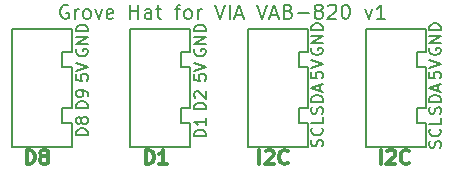
<source format=gto>
G04 (created by PCBNEW (2013-may-18)-stable) date Sun 16 Aug 2015 12:33:42 AM CST*
%MOIN*%
G04 Gerber Fmt 3.4, Leading zero omitted, Abs format*
%FSLAX34Y34*%
G01*
G70*
G90*
G04 APERTURE LIST*
%ADD10C,0.00590551*%
%ADD11C,0.00787402*%
%ADD12C,0.011811*%
G04 APERTURE END LIST*
G54D10*
G54D11*
X81552Y-59465D02*
X81507Y-59443D01*
X81439Y-59443D01*
X81372Y-59465D01*
X81327Y-59510D01*
X81304Y-59555D01*
X81282Y-59645D01*
X81282Y-59713D01*
X81304Y-59803D01*
X81327Y-59848D01*
X81372Y-59893D01*
X81439Y-59915D01*
X81484Y-59915D01*
X81552Y-59893D01*
X81574Y-59870D01*
X81574Y-59713D01*
X81484Y-59713D01*
X81777Y-59915D02*
X81777Y-59600D01*
X81777Y-59690D02*
X81799Y-59645D01*
X81822Y-59623D01*
X81867Y-59600D01*
X81912Y-59600D01*
X82137Y-59915D02*
X82092Y-59893D01*
X82069Y-59870D01*
X82047Y-59825D01*
X82047Y-59690D01*
X82069Y-59645D01*
X82092Y-59623D01*
X82137Y-59600D01*
X82204Y-59600D01*
X82249Y-59623D01*
X82272Y-59645D01*
X82294Y-59690D01*
X82294Y-59825D01*
X82272Y-59870D01*
X82249Y-59893D01*
X82204Y-59915D01*
X82137Y-59915D01*
X82452Y-59600D02*
X82564Y-59915D01*
X82677Y-59600D01*
X83037Y-59893D02*
X82992Y-59915D01*
X82902Y-59915D01*
X82857Y-59893D01*
X82834Y-59848D01*
X82834Y-59668D01*
X82857Y-59623D01*
X82902Y-59600D01*
X82992Y-59600D01*
X83037Y-59623D01*
X83059Y-59668D01*
X83059Y-59713D01*
X82834Y-59758D01*
X83622Y-59915D02*
X83622Y-59443D01*
X83622Y-59668D02*
X83892Y-59668D01*
X83892Y-59915D02*
X83892Y-59443D01*
X84319Y-59915D02*
X84319Y-59668D01*
X84296Y-59623D01*
X84251Y-59600D01*
X84161Y-59600D01*
X84116Y-59623D01*
X84319Y-59893D02*
X84274Y-59915D01*
X84161Y-59915D01*
X84116Y-59893D01*
X84094Y-59848D01*
X84094Y-59803D01*
X84116Y-59758D01*
X84161Y-59735D01*
X84274Y-59735D01*
X84319Y-59713D01*
X84476Y-59600D02*
X84656Y-59600D01*
X84544Y-59443D02*
X84544Y-59848D01*
X84566Y-59893D01*
X84611Y-59915D01*
X84656Y-59915D01*
X85106Y-59600D02*
X85286Y-59600D01*
X85174Y-59915D02*
X85174Y-59510D01*
X85196Y-59465D01*
X85241Y-59443D01*
X85286Y-59443D01*
X85511Y-59915D02*
X85466Y-59893D01*
X85444Y-59870D01*
X85421Y-59825D01*
X85421Y-59690D01*
X85444Y-59645D01*
X85466Y-59623D01*
X85511Y-59600D01*
X85579Y-59600D01*
X85624Y-59623D01*
X85646Y-59645D01*
X85669Y-59690D01*
X85669Y-59825D01*
X85646Y-59870D01*
X85624Y-59893D01*
X85579Y-59915D01*
X85511Y-59915D01*
X85871Y-59915D02*
X85871Y-59600D01*
X85871Y-59690D02*
X85894Y-59645D01*
X85916Y-59623D01*
X85961Y-59600D01*
X86006Y-59600D01*
X86456Y-59443D02*
X86614Y-59915D01*
X86771Y-59443D01*
X86929Y-59915D02*
X86929Y-59443D01*
X87131Y-59780D02*
X87356Y-59780D01*
X87086Y-59915D02*
X87244Y-59443D01*
X87401Y-59915D01*
X87851Y-59443D02*
X88008Y-59915D01*
X88166Y-59443D01*
X88301Y-59780D02*
X88526Y-59780D01*
X88256Y-59915D02*
X88413Y-59443D01*
X88571Y-59915D01*
X88886Y-59668D02*
X88953Y-59690D01*
X88976Y-59713D01*
X88998Y-59758D01*
X88998Y-59825D01*
X88976Y-59870D01*
X88953Y-59893D01*
X88908Y-59915D01*
X88728Y-59915D01*
X88728Y-59443D01*
X88886Y-59443D01*
X88931Y-59465D01*
X88953Y-59488D01*
X88976Y-59533D01*
X88976Y-59578D01*
X88953Y-59623D01*
X88931Y-59645D01*
X88886Y-59668D01*
X88728Y-59668D01*
X89201Y-59735D02*
X89561Y-59735D01*
X89853Y-59645D02*
X89808Y-59623D01*
X89786Y-59600D01*
X89763Y-59555D01*
X89763Y-59533D01*
X89786Y-59488D01*
X89808Y-59465D01*
X89853Y-59443D01*
X89943Y-59443D01*
X89988Y-59465D01*
X90011Y-59488D01*
X90033Y-59533D01*
X90033Y-59555D01*
X90011Y-59600D01*
X89988Y-59623D01*
X89943Y-59645D01*
X89853Y-59645D01*
X89808Y-59668D01*
X89786Y-59690D01*
X89763Y-59735D01*
X89763Y-59825D01*
X89786Y-59870D01*
X89808Y-59893D01*
X89853Y-59915D01*
X89943Y-59915D01*
X89988Y-59893D01*
X90011Y-59870D01*
X90033Y-59825D01*
X90033Y-59735D01*
X90011Y-59690D01*
X89988Y-59668D01*
X89943Y-59645D01*
X90213Y-59488D02*
X90236Y-59465D01*
X90281Y-59443D01*
X90393Y-59443D01*
X90438Y-59465D01*
X90461Y-59488D01*
X90483Y-59533D01*
X90483Y-59578D01*
X90461Y-59645D01*
X90191Y-59915D01*
X90483Y-59915D01*
X90776Y-59443D02*
X90821Y-59443D01*
X90866Y-59465D01*
X90888Y-59488D01*
X90911Y-59533D01*
X90933Y-59623D01*
X90933Y-59735D01*
X90911Y-59825D01*
X90888Y-59870D01*
X90866Y-59893D01*
X90821Y-59915D01*
X90776Y-59915D01*
X90731Y-59893D01*
X90708Y-59870D01*
X90686Y-59825D01*
X90663Y-59735D01*
X90663Y-59623D01*
X90686Y-59533D01*
X90708Y-59488D01*
X90731Y-59465D01*
X90776Y-59443D01*
X91451Y-59600D02*
X91563Y-59915D01*
X91676Y-59600D01*
X92103Y-59915D02*
X91833Y-59915D01*
X91968Y-59915D02*
X91968Y-59443D01*
X91923Y-59510D01*
X91878Y-59555D01*
X91833Y-59578D01*
X81831Y-60929D02*
X81812Y-60967D01*
X81812Y-61023D01*
X81831Y-61079D01*
X81869Y-61117D01*
X81906Y-61136D01*
X81981Y-61154D01*
X82037Y-61154D01*
X82112Y-61136D01*
X82150Y-61117D01*
X82187Y-61079D01*
X82206Y-61023D01*
X82206Y-60986D01*
X82187Y-60929D01*
X82169Y-60911D01*
X82037Y-60911D01*
X82037Y-60986D01*
X82206Y-60742D02*
X81812Y-60742D01*
X82206Y-60517D01*
X81812Y-60517D01*
X82206Y-60329D02*
X81812Y-60329D01*
X81812Y-60236D01*
X81831Y-60179D01*
X81869Y-60142D01*
X81906Y-60123D01*
X81981Y-60104D01*
X82037Y-60104D01*
X82112Y-60123D01*
X82150Y-60142D01*
X82187Y-60179D01*
X82206Y-60236D01*
X82206Y-60329D01*
X81812Y-61767D02*
X81812Y-61955D01*
X82000Y-61974D01*
X81981Y-61955D01*
X81962Y-61917D01*
X81962Y-61824D01*
X81981Y-61786D01*
X82000Y-61767D01*
X82037Y-61749D01*
X82131Y-61749D01*
X82169Y-61767D01*
X82187Y-61786D01*
X82206Y-61824D01*
X82206Y-61917D01*
X82187Y-61955D01*
X82169Y-61974D01*
X81812Y-61636D02*
X82206Y-61505D01*
X81812Y-61374D01*
X82206Y-62889D02*
X81812Y-62889D01*
X81812Y-62795D01*
X81831Y-62739D01*
X81869Y-62701D01*
X81906Y-62682D01*
X81981Y-62664D01*
X82037Y-62664D01*
X82112Y-62682D01*
X82150Y-62701D01*
X82187Y-62739D01*
X82206Y-62795D01*
X82206Y-62889D01*
X82206Y-62476D02*
X82206Y-62401D01*
X82187Y-62364D01*
X82169Y-62345D01*
X82112Y-62307D01*
X82037Y-62289D01*
X81887Y-62289D01*
X81850Y-62307D01*
X81831Y-62326D01*
X81812Y-62364D01*
X81812Y-62439D01*
X81831Y-62476D01*
X81850Y-62495D01*
X81887Y-62514D01*
X81981Y-62514D01*
X82019Y-62495D01*
X82037Y-62476D01*
X82056Y-62439D01*
X82056Y-62364D01*
X82037Y-62326D01*
X82019Y-62307D01*
X81981Y-62289D01*
X82206Y-63794D02*
X81812Y-63794D01*
X81812Y-63700D01*
X81831Y-63644D01*
X81869Y-63607D01*
X81906Y-63588D01*
X81981Y-63569D01*
X82037Y-63569D01*
X82112Y-63588D01*
X82150Y-63607D01*
X82187Y-63644D01*
X82206Y-63700D01*
X82206Y-63794D01*
X81981Y-63344D02*
X81962Y-63382D01*
X81944Y-63400D01*
X81906Y-63419D01*
X81887Y-63419D01*
X81850Y-63400D01*
X81831Y-63382D01*
X81812Y-63344D01*
X81812Y-63269D01*
X81831Y-63232D01*
X81850Y-63213D01*
X81887Y-63194D01*
X81906Y-63194D01*
X81944Y-63213D01*
X81962Y-63232D01*
X81981Y-63269D01*
X81981Y-63344D01*
X82000Y-63382D01*
X82019Y-63400D01*
X82056Y-63419D01*
X82131Y-63419D01*
X82169Y-63400D01*
X82187Y-63382D01*
X82206Y-63344D01*
X82206Y-63269D01*
X82187Y-63232D01*
X82169Y-63213D01*
X82131Y-63194D01*
X82056Y-63194D01*
X82019Y-63213D01*
X82000Y-63232D01*
X81981Y-63269D01*
X85768Y-60929D02*
X85749Y-60967D01*
X85749Y-61023D01*
X85768Y-61079D01*
X85806Y-61117D01*
X85843Y-61136D01*
X85918Y-61154D01*
X85974Y-61154D01*
X86049Y-61136D01*
X86087Y-61117D01*
X86124Y-61079D01*
X86143Y-61023D01*
X86143Y-60986D01*
X86124Y-60929D01*
X86106Y-60911D01*
X85974Y-60911D01*
X85974Y-60986D01*
X86143Y-60742D02*
X85749Y-60742D01*
X86143Y-60517D01*
X85749Y-60517D01*
X86143Y-60329D02*
X85749Y-60329D01*
X85749Y-60236D01*
X85768Y-60179D01*
X85806Y-60142D01*
X85843Y-60123D01*
X85918Y-60104D01*
X85974Y-60104D01*
X86049Y-60123D01*
X86087Y-60142D01*
X86124Y-60179D01*
X86143Y-60236D01*
X86143Y-60329D01*
X85749Y-61767D02*
X85749Y-61955D01*
X85937Y-61974D01*
X85918Y-61955D01*
X85899Y-61917D01*
X85899Y-61824D01*
X85918Y-61786D01*
X85937Y-61767D01*
X85974Y-61749D01*
X86068Y-61749D01*
X86106Y-61767D01*
X86124Y-61786D01*
X86143Y-61824D01*
X86143Y-61917D01*
X86124Y-61955D01*
X86106Y-61974D01*
X85749Y-61636D02*
X86143Y-61505D01*
X85749Y-61374D01*
X86143Y-62928D02*
X85749Y-62928D01*
X85749Y-62834D01*
X85768Y-62778D01*
X85806Y-62740D01*
X85843Y-62722D01*
X85918Y-62703D01*
X85974Y-62703D01*
X86049Y-62722D01*
X86087Y-62740D01*
X86124Y-62778D01*
X86143Y-62834D01*
X86143Y-62928D01*
X85787Y-62553D02*
X85768Y-62534D01*
X85749Y-62497D01*
X85749Y-62403D01*
X85768Y-62365D01*
X85787Y-62347D01*
X85824Y-62328D01*
X85862Y-62328D01*
X85918Y-62347D01*
X86143Y-62572D01*
X86143Y-62328D01*
X86143Y-63833D02*
X85749Y-63833D01*
X85749Y-63740D01*
X85768Y-63683D01*
X85806Y-63646D01*
X85843Y-63627D01*
X85918Y-63608D01*
X85974Y-63608D01*
X86049Y-63627D01*
X86087Y-63646D01*
X86124Y-63683D01*
X86143Y-63740D01*
X86143Y-63833D01*
X86143Y-63233D02*
X86143Y-63458D01*
X86143Y-63346D02*
X85749Y-63346D01*
X85806Y-63383D01*
X85843Y-63421D01*
X85862Y-63458D01*
X89666Y-60890D02*
X89647Y-60928D01*
X89647Y-60984D01*
X89666Y-61040D01*
X89703Y-61077D01*
X89741Y-61096D01*
X89816Y-61115D01*
X89872Y-61115D01*
X89947Y-61096D01*
X89985Y-61077D01*
X90022Y-61040D01*
X90041Y-60984D01*
X90041Y-60946D01*
X90022Y-60890D01*
X90003Y-60871D01*
X89872Y-60871D01*
X89872Y-60946D01*
X90041Y-60703D02*
X89647Y-60703D01*
X90041Y-60478D01*
X89647Y-60478D01*
X90041Y-60290D02*
X89647Y-60290D01*
X89647Y-60196D01*
X89666Y-60140D01*
X89703Y-60103D01*
X89741Y-60084D01*
X89816Y-60065D01*
X89872Y-60065D01*
X89947Y-60084D01*
X89985Y-60103D01*
X90022Y-60140D01*
X90041Y-60196D01*
X90041Y-60290D01*
X89647Y-61689D02*
X89647Y-61876D01*
X89835Y-61895D01*
X89816Y-61876D01*
X89797Y-61839D01*
X89797Y-61745D01*
X89816Y-61707D01*
X89835Y-61689D01*
X89872Y-61670D01*
X89966Y-61670D01*
X90003Y-61689D01*
X90022Y-61707D01*
X90041Y-61745D01*
X90041Y-61839D01*
X90022Y-61876D01*
X90003Y-61895D01*
X89647Y-61557D02*
X90041Y-61426D01*
X89647Y-61295D01*
X90022Y-63076D02*
X90041Y-63020D01*
X90041Y-62926D01*
X90022Y-62889D01*
X90003Y-62870D01*
X89966Y-62851D01*
X89928Y-62851D01*
X89891Y-62870D01*
X89872Y-62889D01*
X89853Y-62926D01*
X89835Y-63001D01*
X89816Y-63038D01*
X89797Y-63057D01*
X89760Y-63076D01*
X89722Y-63076D01*
X89685Y-63057D01*
X89666Y-63038D01*
X89647Y-63001D01*
X89647Y-62907D01*
X89666Y-62851D01*
X90041Y-62682D02*
X89647Y-62682D01*
X89647Y-62589D01*
X89666Y-62532D01*
X89703Y-62495D01*
X89741Y-62476D01*
X89816Y-62457D01*
X89872Y-62457D01*
X89947Y-62476D01*
X89985Y-62495D01*
X90022Y-62532D01*
X90041Y-62589D01*
X90041Y-62682D01*
X89928Y-62307D02*
X89928Y-62120D01*
X90041Y-62345D02*
X89647Y-62214D01*
X90041Y-62082D01*
X90022Y-64169D02*
X90041Y-64113D01*
X90041Y-64019D01*
X90022Y-63982D01*
X90003Y-63963D01*
X89966Y-63944D01*
X89928Y-63944D01*
X89891Y-63963D01*
X89872Y-63982D01*
X89853Y-64019D01*
X89835Y-64094D01*
X89816Y-64131D01*
X89797Y-64150D01*
X89760Y-64169D01*
X89722Y-64169D01*
X89685Y-64150D01*
X89666Y-64131D01*
X89647Y-64094D01*
X89647Y-64000D01*
X89666Y-63944D01*
X90003Y-63550D02*
X90022Y-63569D01*
X90041Y-63625D01*
X90041Y-63663D01*
X90022Y-63719D01*
X89985Y-63757D01*
X89947Y-63775D01*
X89872Y-63794D01*
X89816Y-63794D01*
X89741Y-63775D01*
X89703Y-63757D01*
X89666Y-63719D01*
X89647Y-63663D01*
X89647Y-63625D01*
X89666Y-63569D01*
X89685Y-63550D01*
X90041Y-63194D02*
X90041Y-63382D01*
X89647Y-63382D01*
X93603Y-60890D02*
X93584Y-60928D01*
X93584Y-60984D01*
X93603Y-61040D01*
X93640Y-61077D01*
X93678Y-61096D01*
X93753Y-61115D01*
X93809Y-61115D01*
X93884Y-61096D01*
X93922Y-61077D01*
X93959Y-61040D01*
X93978Y-60984D01*
X93978Y-60946D01*
X93959Y-60890D01*
X93940Y-60871D01*
X93809Y-60871D01*
X93809Y-60946D01*
X93978Y-60703D02*
X93584Y-60703D01*
X93978Y-60478D01*
X93584Y-60478D01*
X93978Y-60290D02*
X93584Y-60290D01*
X93584Y-60196D01*
X93603Y-60140D01*
X93640Y-60103D01*
X93678Y-60084D01*
X93753Y-60065D01*
X93809Y-60065D01*
X93884Y-60084D01*
X93922Y-60103D01*
X93959Y-60140D01*
X93978Y-60196D01*
X93978Y-60290D01*
X93584Y-61689D02*
X93584Y-61876D01*
X93772Y-61895D01*
X93753Y-61876D01*
X93734Y-61839D01*
X93734Y-61745D01*
X93753Y-61707D01*
X93772Y-61689D01*
X93809Y-61670D01*
X93903Y-61670D01*
X93940Y-61689D01*
X93959Y-61707D01*
X93978Y-61745D01*
X93978Y-61839D01*
X93959Y-61876D01*
X93940Y-61895D01*
X93584Y-61557D02*
X93978Y-61426D01*
X93584Y-61295D01*
X93959Y-63076D02*
X93978Y-63020D01*
X93978Y-62926D01*
X93959Y-62889D01*
X93940Y-62870D01*
X93903Y-62851D01*
X93865Y-62851D01*
X93828Y-62870D01*
X93809Y-62889D01*
X93790Y-62926D01*
X93772Y-63001D01*
X93753Y-63038D01*
X93734Y-63057D01*
X93697Y-63076D01*
X93659Y-63076D01*
X93622Y-63057D01*
X93603Y-63038D01*
X93584Y-63001D01*
X93584Y-62907D01*
X93603Y-62851D01*
X93978Y-62682D02*
X93584Y-62682D01*
X93584Y-62589D01*
X93603Y-62532D01*
X93640Y-62495D01*
X93678Y-62476D01*
X93753Y-62457D01*
X93809Y-62457D01*
X93884Y-62476D01*
X93922Y-62495D01*
X93959Y-62532D01*
X93978Y-62589D01*
X93978Y-62682D01*
X93865Y-62307D02*
X93865Y-62120D01*
X93978Y-62345D02*
X93584Y-62214D01*
X93978Y-62082D01*
X93959Y-64208D02*
X93978Y-64152D01*
X93978Y-64058D01*
X93959Y-64021D01*
X93940Y-64002D01*
X93903Y-63983D01*
X93865Y-63983D01*
X93828Y-64002D01*
X93809Y-64021D01*
X93790Y-64058D01*
X93772Y-64133D01*
X93753Y-64171D01*
X93734Y-64190D01*
X93697Y-64208D01*
X93659Y-64208D01*
X93622Y-64190D01*
X93603Y-64171D01*
X93584Y-64133D01*
X93584Y-64040D01*
X93603Y-63983D01*
X93940Y-63590D02*
X93959Y-63608D01*
X93978Y-63665D01*
X93978Y-63702D01*
X93959Y-63758D01*
X93922Y-63796D01*
X93884Y-63815D01*
X93809Y-63833D01*
X93753Y-63833D01*
X93678Y-63815D01*
X93640Y-63796D01*
X93603Y-63758D01*
X93584Y-63702D01*
X93584Y-63665D01*
X93603Y-63608D01*
X93622Y-63590D01*
X93978Y-63233D02*
X93978Y-63421D01*
X93584Y-63421D01*
G54D12*
X80163Y-64758D02*
X80163Y-64285D01*
X80275Y-64285D01*
X80343Y-64308D01*
X80388Y-64353D01*
X80410Y-64398D01*
X80433Y-64488D01*
X80433Y-64555D01*
X80410Y-64645D01*
X80388Y-64690D01*
X80343Y-64735D01*
X80275Y-64758D01*
X80163Y-64758D01*
X80703Y-64488D02*
X80658Y-64465D01*
X80635Y-64443D01*
X80613Y-64398D01*
X80613Y-64375D01*
X80635Y-64330D01*
X80658Y-64308D01*
X80703Y-64285D01*
X80793Y-64285D01*
X80838Y-64308D01*
X80860Y-64330D01*
X80883Y-64375D01*
X80883Y-64398D01*
X80860Y-64443D01*
X80838Y-64465D01*
X80793Y-64488D01*
X80703Y-64488D01*
X80658Y-64510D01*
X80635Y-64533D01*
X80613Y-64578D01*
X80613Y-64668D01*
X80635Y-64713D01*
X80658Y-64735D01*
X80703Y-64758D01*
X80793Y-64758D01*
X80838Y-64735D01*
X80860Y-64713D01*
X80883Y-64668D01*
X80883Y-64578D01*
X80860Y-64533D01*
X80838Y-64510D01*
X80793Y-64488D01*
X84139Y-64758D02*
X84139Y-64285D01*
X84251Y-64285D01*
X84319Y-64308D01*
X84364Y-64353D01*
X84386Y-64398D01*
X84409Y-64488D01*
X84409Y-64555D01*
X84386Y-64645D01*
X84364Y-64690D01*
X84319Y-64735D01*
X84251Y-64758D01*
X84139Y-64758D01*
X84859Y-64758D02*
X84589Y-64758D01*
X84724Y-64758D02*
X84724Y-64285D01*
X84679Y-64353D01*
X84634Y-64398D01*
X84589Y-64420D01*
X87924Y-64758D02*
X87924Y-64285D01*
X88127Y-64330D02*
X88149Y-64308D01*
X88194Y-64285D01*
X88307Y-64285D01*
X88352Y-64308D01*
X88374Y-64330D01*
X88397Y-64375D01*
X88397Y-64420D01*
X88374Y-64488D01*
X88104Y-64758D01*
X88397Y-64758D01*
X88869Y-64713D02*
X88847Y-64735D01*
X88779Y-64758D01*
X88734Y-64758D01*
X88667Y-64735D01*
X88622Y-64690D01*
X88599Y-64645D01*
X88577Y-64555D01*
X88577Y-64488D01*
X88599Y-64398D01*
X88622Y-64353D01*
X88667Y-64308D01*
X88734Y-64285D01*
X88779Y-64285D01*
X88847Y-64308D01*
X88869Y-64330D01*
X91979Y-64758D02*
X91979Y-64285D01*
X92182Y-64330D02*
X92204Y-64308D01*
X92249Y-64285D01*
X92362Y-64285D01*
X92407Y-64308D01*
X92429Y-64330D01*
X92452Y-64375D01*
X92452Y-64420D01*
X92429Y-64488D01*
X92159Y-64758D01*
X92452Y-64758D01*
X92924Y-64713D02*
X92902Y-64735D01*
X92834Y-64758D01*
X92789Y-64758D01*
X92722Y-64735D01*
X92677Y-64690D01*
X92654Y-64645D01*
X92632Y-64555D01*
X92632Y-64488D01*
X92654Y-64398D01*
X92677Y-64353D01*
X92722Y-64308D01*
X92789Y-64285D01*
X92834Y-64285D01*
X92902Y-64308D01*
X92924Y-64330D01*
G54D10*
X89547Y-60236D02*
X87539Y-60236D01*
X87539Y-60236D02*
X87539Y-64173D01*
X87539Y-64173D02*
X89547Y-64173D01*
X89547Y-64173D02*
X89547Y-63385D01*
X89547Y-63385D02*
X89232Y-63385D01*
X89232Y-63385D02*
X89232Y-62893D01*
X89232Y-62893D02*
X89547Y-62893D01*
X89547Y-62893D02*
X89547Y-61515D01*
X89547Y-61515D02*
X89232Y-61515D01*
X89232Y-61515D02*
X89232Y-61023D01*
X89232Y-61023D02*
X89547Y-61023D01*
X89547Y-61023D02*
X89547Y-60236D01*
X93484Y-60236D02*
X91476Y-60236D01*
X91476Y-60236D02*
X91476Y-64173D01*
X91476Y-64173D02*
X93484Y-64173D01*
X93484Y-64173D02*
X93484Y-63385D01*
X93484Y-63385D02*
X93169Y-63385D01*
X93169Y-63385D02*
X93169Y-62893D01*
X93169Y-62893D02*
X93484Y-62893D01*
X93484Y-62893D02*
X93484Y-61515D01*
X93484Y-61515D02*
X93169Y-61515D01*
X93169Y-61515D02*
X93169Y-61023D01*
X93169Y-61023D02*
X93484Y-61023D01*
X93484Y-61023D02*
X93484Y-60236D01*
X85610Y-60236D02*
X83602Y-60236D01*
X83602Y-60236D02*
X83602Y-64173D01*
X83602Y-64173D02*
X85610Y-64173D01*
X85610Y-64173D02*
X85610Y-63385D01*
X85610Y-63385D02*
X85295Y-63385D01*
X85295Y-63385D02*
X85295Y-62893D01*
X85295Y-62893D02*
X85610Y-62893D01*
X85610Y-62893D02*
X85610Y-61515D01*
X85610Y-61515D02*
X85295Y-61515D01*
X85295Y-61515D02*
X85295Y-61023D01*
X85295Y-61023D02*
X85610Y-61023D01*
X85610Y-61023D02*
X85610Y-60236D01*
X81673Y-60236D02*
X79665Y-60236D01*
X79665Y-60236D02*
X79665Y-64173D01*
X79665Y-64173D02*
X81673Y-64173D01*
X81673Y-64173D02*
X81673Y-63385D01*
X81673Y-63385D02*
X81358Y-63385D01*
X81358Y-63385D02*
X81358Y-62893D01*
X81358Y-62893D02*
X81673Y-62893D01*
X81673Y-62893D02*
X81673Y-61515D01*
X81673Y-61515D02*
X81358Y-61515D01*
X81358Y-61515D02*
X81358Y-61023D01*
X81358Y-61023D02*
X81673Y-61023D01*
X81673Y-61023D02*
X81673Y-60236D01*
M02*

</source>
